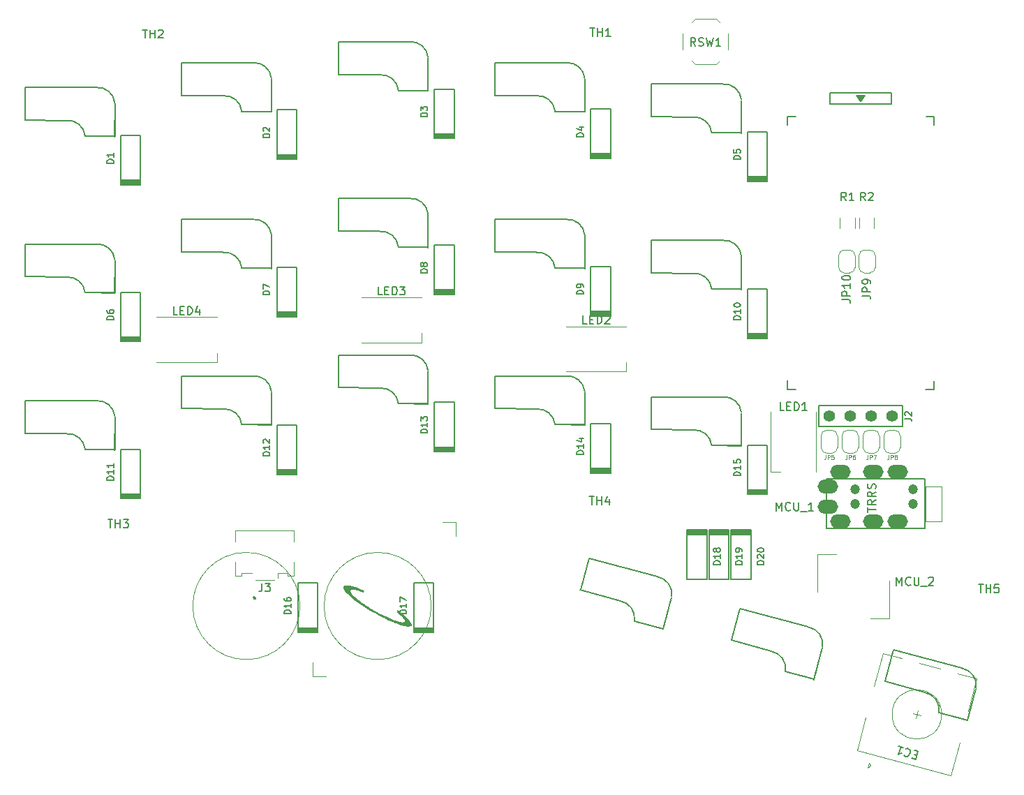
<source format=gto>
G04 #@! TF.GenerationSoftware,KiCad,Pcbnew,(6.0.6-0)*
G04 #@! TF.CreationDate,2022-07-08T23:19:37+08:00*
G04 #@! TF.ProjectId,AT_ST,41545f53-542e-46b6-9963-61645f706362,rev?*
G04 #@! TF.SameCoordinates,Original*
G04 #@! TF.FileFunction,Legend,Top*
G04 #@! TF.FilePolarity,Positive*
%FSLAX46Y46*%
G04 Gerber Fmt 4.6, Leading zero omitted, Abs format (unit mm)*
G04 Created by KiCad (PCBNEW (6.0.6-0)) date 2022-07-08 23:19:37*
%MOMM*%
%LPD*%
G01*
G04 APERTURE LIST*
%ADD10C,0.150000*%
%ADD11C,0.100000*%
%ADD12C,0.120000*%
%ADD13C,0.200000*%
%ADD14C,1.397000*%
%ADD15C,1.200000*%
%ADD16O,2.500000X1.700000*%
G04 APERTURE END LIST*
D10*
X131902862Y-127322183D02*
X131902862Y-128036469D01*
X131855243Y-128179326D01*
X131760005Y-128274564D01*
X131617148Y-128322183D01*
X131521910Y-128322183D01*
X132283815Y-127322183D02*
X132902862Y-127322183D01*
X132569529Y-127703136D01*
X132712386Y-127703136D01*
X132807624Y-127750755D01*
X132855243Y-127798374D01*
X132902862Y-127893612D01*
X132902862Y-128131707D01*
X132855243Y-128226945D01*
X132807624Y-128274564D01*
X132712386Y-128322183D01*
X132426672Y-128322183D01*
X132331434Y-128274564D01*
X132283815Y-128226945D01*
D11*
X207929299Y-111773305D02*
X207929299Y-112130448D01*
X207905489Y-112201876D01*
X207857870Y-112249495D01*
X207786442Y-112273305D01*
X207738823Y-112273305D01*
X208167394Y-112273305D02*
X208167394Y-111773305D01*
X208357870Y-111773305D01*
X208405489Y-111797115D01*
X208429299Y-111820924D01*
X208453108Y-111868543D01*
X208453108Y-111939972D01*
X208429299Y-111987591D01*
X208405489Y-112011400D01*
X208357870Y-112035210D01*
X208167394Y-112035210D01*
X208738823Y-111987591D02*
X208691204Y-111963781D01*
X208667394Y-111939972D01*
X208643585Y-111892353D01*
X208643585Y-111868543D01*
X208667394Y-111820924D01*
X208691204Y-111797115D01*
X208738823Y-111773305D01*
X208834061Y-111773305D01*
X208881680Y-111797115D01*
X208905489Y-111820924D01*
X208929299Y-111868543D01*
X208929299Y-111892353D01*
X208905489Y-111939972D01*
X208881680Y-111963781D01*
X208834061Y-111987591D01*
X208738823Y-111987591D01*
X208691204Y-112011400D01*
X208667394Y-112035210D01*
X208643585Y-112082829D01*
X208643585Y-112178067D01*
X208667394Y-112225686D01*
X208691204Y-112249495D01*
X208738823Y-112273305D01*
X208834061Y-112273305D01*
X208881680Y-112249495D01*
X208905489Y-112225686D01*
X208929299Y-112178067D01*
X208929299Y-112082829D01*
X208905489Y-112035210D01*
X208881680Y-112011400D01*
X208834061Y-111987591D01*
D10*
X170885532Y-111679856D02*
X170085532Y-111679856D01*
X170085532Y-111489380D01*
X170123628Y-111375094D01*
X170199818Y-111298904D01*
X170276008Y-111260808D01*
X170428389Y-111222713D01*
X170542675Y-111222713D01*
X170695056Y-111260808D01*
X170771247Y-111298904D01*
X170847437Y-111375094D01*
X170885532Y-111489380D01*
X170885532Y-111679856D01*
X170885532Y-110460808D02*
X170885532Y-110917951D01*
X170885532Y-110689380D02*
X170085532Y-110689380D01*
X170199818Y-110765570D01*
X170276008Y-110841761D01*
X170314104Y-110917951D01*
X170352199Y-109775094D02*
X170885532Y-109775094D01*
X170047437Y-109965570D02*
X170618866Y-110156047D01*
X170618866Y-109660808D01*
X171697551Y-59999065D02*
X172268980Y-59999065D01*
X171983266Y-60999065D02*
X171983266Y-59999065D01*
X172602313Y-60999065D02*
X172602313Y-59999065D01*
X172602313Y-60475256D02*
X173173742Y-60475256D01*
X173173742Y-60999065D02*
X173173742Y-59999065D01*
X174173742Y-60999065D02*
X173602313Y-60999065D01*
X173888027Y-60999065D02*
X173888027Y-59999065D01*
X173792789Y-60141923D01*
X173697551Y-60237161D01*
X173602313Y-60284780D01*
X117415551Y-60172905D02*
X117986980Y-60172905D01*
X117701266Y-61172905D02*
X117701266Y-60172905D01*
X118320313Y-61172905D02*
X118320313Y-60172905D01*
X118320313Y-60649096D02*
X118891742Y-60649096D01*
X118891742Y-61172905D02*
X118891742Y-60172905D01*
X119320313Y-60268144D02*
X119367932Y-60220525D01*
X119463170Y-60172905D01*
X119701266Y-60172905D01*
X119796504Y-60220525D01*
X119844123Y-60268144D01*
X119891742Y-60363382D01*
X119891742Y-60458620D01*
X119844123Y-60601477D01*
X119272694Y-61172905D01*
X119891742Y-61172905D01*
X151936132Y-70711304D02*
X151136132Y-70711304D01*
X151136132Y-70520828D01*
X151174228Y-70406542D01*
X151250418Y-70330351D01*
X151326608Y-70292256D01*
X151478989Y-70254161D01*
X151593275Y-70254161D01*
X151745656Y-70292256D01*
X151821847Y-70330351D01*
X151898037Y-70406542D01*
X151936132Y-70520828D01*
X151936132Y-70711304D01*
X151136132Y-69987494D02*
X151136132Y-69492256D01*
X151440894Y-69758923D01*
X151440894Y-69644637D01*
X151478989Y-69568447D01*
X151517085Y-69530351D01*
X151593275Y-69492256D01*
X151783751Y-69492256D01*
X151859942Y-69530351D01*
X151898037Y-69568447D01*
X151936132Y-69644637D01*
X151936132Y-69873208D01*
X151898037Y-69949399D01*
X151859942Y-69987494D01*
X132832582Y-92324104D02*
X132032582Y-92324104D01*
X132032582Y-92133628D01*
X132070678Y-92019342D01*
X132146868Y-91943151D01*
X132223058Y-91905056D01*
X132375439Y-91866961D01*
X132489725Y-91866961D01*
X132642106Y-91905056D01*
X132718297Y-91943151D01*
X132794487Y-92019342D01*
X132832582Y-92133628D01*
X132832582Y-92324104D01*
X132032582Y-91600294D02*
X132032582Y-91066961D01*
X132832582Y-91409818D01*
X113885732Y-76349504D02*
X113085732Y-76349504D01*
X113085732Y-76159028D01*
X113123828Y-76044742D01*
X113200018Y-75968551D01*
X113276208Y-75930456D01*
X113428589Y-75892361D01*
X113542875Y-75892361D01*
X113695256Y-75930456D01*
X113771447Y-75968551D01*
X113847637Y-76044742D01*
X113885732Y-76159028D01*
X113885732Y-76349504D01*
X113885732Y-75130456D02*
X113885732Y-75587599D01*
X113885732Y-75359028D02*
X113085732Y-75359028D01*
X113200018Y-75435218D01*
X113276208Y-75511408D01*
X113314304Y-75587599D01*
X189908382Y-75890104D02*
X189108382Y-75890104D01*
X189108382Y-75699628D01*
X189146478Y-75585342D01*
X189222668Y-75509151D01*
X189298858Y-75471056D01*
X189451239Y-75432961D01*
X189565525Y-75432961D01*
X189717906Y-75471056D01*
X189794097Y-75509151D01*
X189870287Y-75585342D01*
X189908382Y-75699628D01*
X189908382Y-75890104D01*
X189108382Y-74709151D02*
X189108382Y-75090104D01*
X189489335Y-75128199D01*
X189451239Y-75090104D01*
X189413144Y-75013913D01*
X189413144Y-74823437D01*
X189451239Y-74747247D01*
X189489335Y-74709151D01*
X189565525Y-74671056D01*
X189756001Y-74671056D01*
X189832192Y-74709151D01*
X189870287Y-74747247D01*
X189908382Y-74823437D01*
X189908382Y-75013913D01*
X189870287Y-75090104D01*
X189832192Y-75128199D01*
D11*
X205389299Y-111773305D02*
X205389299Y-112130448D01*
X205365489Y-112201876D01*
X205317870Y-112249495D01*
X205246442Y-112273305D01*
X205198823Y-112273305D01*
X205627394Y-112273305D02*
X205627394Y-111773305D01*
X205817870Y-111773305D01*
X205865489Y-111797115D01*
X205889299Y-111820924D01*
X205913108Y-111868543D01*
X205913108Y-111939972D01*
X205889299Y-111987591D01*
X205865489Y-112011400D01*
X205817870Y-112035210D01*
X205627394Y-112035210D01*
X206079775Y-111773305D02*
X206413108Y-111773305D01*
X206198823Y-112273305D01*
D10*
X151936132Y-109088656D02*
X151136132Y-109088656D01*
X151136132Y-108898180D01*
X151174228Y-108783894D01*
X151250418Y-108707704D01*
X151326608Y-108669608D01*
X151478989Y-108631513D01*
X151593275Y-108631513D01*
X151745656Y-108669608D01*
X151821847Y-108707704D01*
X151898037Y-108783894D01*
X151936132Y-108898180D01*
X151936132Y-109088656D01*
X151936132Y-107869608D02*
X151936132Y-108326751D01*
X151936132Y-108098180D02*
X151136132Y-108098180D01*
X151250418Y-108174370D01*
X151326608Y-108250561D01*
X151364704Y-108326751D01*
X151136132Y-107602942D02*
X151136132Y-107107704D01*
X151440894Y-107374370D01*
X151440894Y-107260085D01*
X151478989Y-107183894D01*
X151517085Y-107145799D01*
X151593275Y-107107704D01*
X151783751Y-107107704D01*
X151859942Y-107145799D01*
X151898037Y-107183894D01*
X151936132Y-107260085D01*
X151936132Y-107488656D01*
X151898037Y-107564847D01*
X151859942Y-107602942D01*
X209866895Y-107331933D02*
X210447466Y-107331933D01*
X210563580Y-107370638D01*
X210640990Y-107448047D01*
X210679695Y-107564161D01*
X210679695Y-107641571D01*
X209944304Y-106983590D02*
X209905600Y-106944885D01*
X209866895Y-106867476D01*
X209866895Y-106673952D01*
X209905600Y-106596542D01*
X209944304Y-106557838D01*
X210021714Y-106519133D01*
X210099123Y-106519133D01*
X210215238Y-106557838D01*
X210679695Y-107022295D01*
X210679695Y-106519133D01*
X202743699Y-80901895D02*
X202410366Y-80425705D01*
X202172270Y-80901895D02*
X202172270Y-79901895D01*
X202553223Y-79901895D01*
X202648461Y-79949515D01*
X202696080Y-79997134D01*
X202743699Y-80092372D01*
X202743699Y-80235229D01*
X202696080Y-80330467D01*
X202648461Y-80378086D01*
X202553223Y-80425705D01*
X202172270Y-80425705D01*
X203696080Y-80901895D02*
X203124651Y-80901895D01*
X203410366Y-80901895D02*
X203410366Y-79901895D01*
X203315127Y-80044753D01*
X203219889Y-80139991D01*
X203124651Y-80187610D01*
X211316424Y-148205112D02*
X210994449Y-148118839D01*
X210992031Y-147575904D02*
X211451996Y-147699151D01*
X211193177Y-148665077D01*
X210733212Y-148541830D01*
X210001456Y-147409078D02*
X210059777Y-147375406D01*
X210210091Y-147366384D01*
X210302084Y-147391033D01*
X210427749Y-147474004D01*
X210495092Y-147590646D01*
X210516440Y-147694964D01*
X210513137Y-147891274D01*
X210476163Y-148029264D01*
X210380868Y-148200925D01*
X210310222Y-148280593D01*
X210193579Y-148347937D01*
X210043265Y-148356959D01*
X209951272Y-148332309D01*
X209825608Y-148249339D01*
X209791936Y-148191018D01*
X209106176Y-147070590D02*
X209658134Y-147218487D01*
X209382155Y-147144539D02*
X209123336Y-148110465D01*
X209252303Y-147997125D01*
X209368945Y-147929781D01*
X209473263Y-147908434D01*
D11*
X202849299Y-111773305D02*
X202849299Y-112130448D01*
X202825489Y-112201876D01*
X202777870Y-112249495D01*
X202706442Y-112273305D01*
X202658823Y-112273305D01*
X203087394Y-112273305D02*
X203087394Y-111773305D01*
X203277870Y-111773305D01*
X203325489Y-111797115D01*
X203349299Y-111820924D01*
X203373108Y-111868543D01*
X203373108Y-111939972D01*
X203349299Y-111987591D01*
X203325489Y-112011400D01*
X203277870Y-112035210D01*
X203087394Y-112035210D01*
X203801680Y-111773305D02*
X203706442Y-111773305D01*
X203658823Y-111797115D01*
X203635013Y-111820924D01*
X203587394Y-111892353D01*
X203563585Y-111987591D01*
X203563585Y-112178067D01*
X203587394Y-112225686D01*
X203611204Y-112249495D01*
X203658823Y-112273305D01*
X203754061Y-112273305D01*
X203801680Y-112249495D01*
X203825489Y-112225686D01*
X203849299Y-112178067D01*
X203849299Y-112059019D01*
X203825489Y-112011400D01*
X203801680Y-111987591D01*
X203754061Y-111963781D01*
X203658823Y-111963781D01*
X203611204Y-111987591D01*
X203587394Y-112011400D01*
X203563585Y-112059019D01*
D10*
X171311952Y-95859980D02*
X170835761Y-95859980D01*
X170835761Y-94859980D01*
X171645285Y-95336171D02*
X171978619Y-95336171D01*
X172121476Y-95859980D02*
X171645285Y-95859980D01*
X171645285Y-94859980D01*
X172121476Y-94859980D01*
X172550047Y-95859980D02*
X172550047Y-94859980D01*
X172788142Y-94859980D01*
X172931000Y-94907600D01*
X173026238Y-95002838D01*
X173073857Y-95098076D01*
X173121476Y-95288552D01*
X173121476Y-95431409D01*
X173073857Y-95621885D01*
X173026238Y-95717123D01*
X172931000Y-95812361D01*
X172788142Y-95859980D01*
X172550047Y-95859980D01*
X173502428Y-94955219D02*
X173550047Y-94907600D01*
X173645285Y-94859980D01*
X173883380Y-94859980D01*
X173978619Y-94907600D01*
X174026238Y-94955219D01*
X174073857Y-95050457D01*
X174073857Y-95145695D01*
X174026238Y-95288552D01*
X173454809Y-95859980D01*
X174073857Y-95859980D01*
X149409104Y-131022428D02*
X148609104Y-131022428D01*
X148609104Y-130831952D01*
X148647200Y-130717666D01*
X148723390Y-130641476D01*
X148799580Y-130603380D01*
X148951961Y-130565285D01*
X149066247Y-130565285D01*
X149218628Y-130603380D01*
X149294819Y-130641476D01*
X149371009Y-130717666D01*
X149409104Y-130831952D01*
X149409104Y-131022428D01*
X149409104Y-129803380D02*
X149409104Y-130260523D01*
X149409104Y-130031952D02*
X148609104Y-130031952D01*
X148723390Y-130108142D01*
X148799580Y-130184333D01*
X148837676Y-130260523D01*
X148609104Y-129536714D02*
X148609104Y-129003380D01*
X149409104Y-129346238D01*
X195222952Y-106370380D02*
X194746761Y-106370380D01*
X194746761Y-105370380D01*
X195556285Y-105846571D02*
X195889619Y-105846571D01*
X196032476Y-106370380D02*
X195556285Y-106370380D01*
X195556285Y-105370380D01*
X196032476Y-105370380D01*
X196461047Y-106370380D02*
X196461047Y-105370380D01*
X196699142Y-105370380D01*
X196842000Y-105418000D01*
X196937238Y-105513238D01*
X196984857Y-105608476D01*
X197032476Y-105798952D01*
X197032476Y-105941809D01*
X196984857Y-106132285D01*
X196937238Y-106227523D01*
X196842000Y-106322761D01*
X196699142Y-106370380D01*
X196461047Y-106370380D01*
X197984857Y-106370380D02*
X197413428Y-106370380D01*
X197699142Y-106370380D02*
X197699142Y-105370380D01*
X197603904Y-105513238D01*
X197508666Y-105608476D01*
X197413428Y-105656095D01*
X189908382Y-114270656D02*
X189108382Y-114270656D01*
X189108382Y-114080180D01*
X189146478Y-113965894D01*
X189222668Y-113889704D01*
X189298858Y-113851608D01*
X189451239Y-113813513D01*
X189565525Y-113813513D01*
X189717906Y-113851608D01*
X189794097Y-113889704D01*
X189870287Y-113965894D01*
X189908382Y-114080180D01*
X189908382Y-114270656D01*
X189908382Y-113051608D02*
X189908382Y-113508751D01*
X189908382Y-113280180D02*
X189108382Y-113280180D01*
X189222668Y-113356370D01*
X189298858Y-113432561D01*
X189336954Y-113508751D01*
X189108382Y-112327799D02*
X189108382Y-112708751D01*
X189489335Y-112746847D01*
X189451239Y-112708751D01*
X189413144Y-112632561D01*
X189413144Y-112442085D01*
X189451239Y-112365894D01*
X189489335Y-112327799D01*
X189565525Y-112289704D01*
X189756001Y-112289704D01*
X189832192Y-112327799D01*
X189870287Y-112365894D01*
X189908382Y-112442085D01*
X189908382Y-112632561D01*
X189870287Y-112708751D01*
X189832192Y-112746847D01*
X113885732Y-114782056D02*
X113085732Y-114782056D01*
X113085732Y-114591580D01*
X113123828Y-114477294D01*
X113200018Y-114401104D01*
X113276208Y-114363008D01*
X113428589Y-114324913D01*
X113542875Y-114324913D01*
X113695256Y-114363008D01*
X113771447Y-114401104D01*
X113847637Y-114477294D01*
X113885732Y-114591580D01*
X113885732Y-114782056D01*
X113885732Y-113563008D02*
X113885732Y-114020151D01*
X113885732Y-113791580D02*
X113085732Y-113791580D01*
X113200018Y-113867770D01*
X113276208Y-113943961D01*
X113314304Y-114020151D01*
X113885732Y-112801104D02*
X113885732Y-113258247D01*
X113885732Y-113029675D02*
X113085732Y-113029675D01*
X113200018Y-113105866D01*
X113276208Y-113182056D01*
X113314304Y-113258247D01*
X171611285Y-116800380D02*
X172182714Y-116800380D01*
X171897000Y-117800380D02*
X171897000Y-116800380D01*
X172516047Y-117800380D02*
X172516047Y-116800380D01*
X172516047Y-117276571D02*
X173087476Y-117276571D01*
X173087476Y-117800380D02*
X173087476Y-116800380D01*
X173992238Y-117133714D02*
X173992238Y-117800380D01*
X173754142Y-116752761D02*
X173516047Y-117467047D01*
X174135095Y-117467047D01*
X194280114Y-118511980D02*
X194280114Y-117511980D01*
X194613447Y-118226266D01*
X194946780Y-117511980D01*
X194946780Y-118511980D01*
X195994400Y-118416742D02*
X195946780Y-118464361D01*
X195803923Y-118511980D01*
X195708685Y-118511980D01*
X195565828Y-118464361D01*
X195470590Y-118369123D01*
X195422971Y-118273885D01*
X195375352Y-118083409D01*
X195375352Y-117940552D01*
X195422971Y-117750076D01*
X195470590Y-117654838D01*
X195565828Y-117559600D01*
X195708685Y-117511980D01*
X195803923Y-117511980D01*
X195946780Y-117559600D01*
X195994400Y-117607219D01*
X196422971Y-117511980D02*
X196422971Y-118321504D01*
X196470590Y-118416742D01*
X196518209Y-118464361D01*
X196613447Y-118511980D01*
X196803923Y-118511980D01*
X196899161Y-118464361D01*
X196946780Y-118416742D01*
X196994400Y-118321504D01*
X196994400Y-117511980D01*
X197232495Y-118607219D02*
X197994400Y-118607219D01*
X198756304Y-118511980D02*
X198184876Y-118511980D01*
X198470590Y-118511980D02*
X198470590Y-117511980D01*
X198375352Y-117654838D01*
X198280114Y-117750076D01*
X198184876Y-117797695D01*
X146475552Y-92329380D02*
X145999361Y-92329380D01*
X145999361Y-91329380D01*
X146808885Y-91805571D02*
X147142219Y-91805571D01*
X147285076Y-92329380D02*
X146808885Y-92329380D01*
X146808885Y-91329380D01*
X147285076Y-91329380D01*
X147713647Y-92329380D02*
X147713647Y-91329380D01*
X147951742Y-91329380D01*
X148094600Y-91377000D01*
X148189838Y-91472238D01*
X148237457Y-91567476D01*
X148285076Y-91757952D01*
X148285076Y-91900809D01*
X148237457Y-92091285D01*
X148189838Y-92186523D01*
X148094600Y-92281761D01*
X147951742Y-92329380D01*
X147713647Y-92329380D01*
X148618409Y-91329380D02*
X149237457Y-91329380D01*
X148904123Y-91710333D01*
X149046980Y-91710333D01*
X149142219Y-91757952D01*
X149189838Y-91805571D01*
X149237457Y-91900809D01*
X149237457Y-92138904D01*
X149189838Y-92234142D01*
X149142219Y-92281761D01*
X149046980Y-92329380D01*
X148761266Y-92329380D01*
X148666028Y-92281761D01*
X148618409Y-92234142D01*
X170885532Y-92247704D02*
X170085532Y-92247704D01*
X170085532Y-92057228D01*
X170123628Y-91942942D01*
X170199818Y-91866751D01*
X170276008Y-91828656D01*
X170428389Y-91790561D01*
X170542675Y-91790561D01*
X170695056Y-91828656D01*
X170771247Y-91866751D01*
X170847437Y-91942942D01*
X170885532Y-92057228D01*
X170885532Y-92247704D01*
X170885532Y-91409608D02*
X170885532Y-91257228D01*
X170847437Y-91181037D01*
X170809342Y-91142942D01*
X170695056Y-91066751D01*
X170542675Y-91028656D01*
X170237913Y-91028656D01*
X170161723Y-91066751D01*
X170123628Y-91104847D01*
X170085532Y-91181037D01*
X170085532Y-91333418D01*
X170123628Y-91409608D01*
X170161723Y-91447704D01*
X170237913Y-91485799D01*
X170428389Y-91485799D01*
X170504580Y-91447704D01*
X170542675Y-91409608D01*
X170580770Y-91333418D01*
X170580770Y-91181037D01*
X170542675Y-91104847D01*
X170504580Y-91066751D01*
X170428389Y-91028656D01*
X205339718Y-118697819D02*
X205339718Y-118126391D01*
X206339718Y-118412105D02*
X205339718Y-118412105D01*
X206339718Y-117221629D02*
X205863528Y-117554962D01*
X206339718Y-117793057D02*
X205339718Y-117793057D01*
X205339718Y-117412105D01*
X205387338Y-117316867D01*
X205434957Y-117269248D01*
X205530195Y-117221629D01*
X205673052Y-117221629D01*
X205768290Y-117269248D01*
X205815909Y-117316867D01*
X205863528Y-117412105D01*
X205863528Y-117793057D01*
X206339718Y-116221629D02*
X205863528Y-116554962D01*
X206339718Y-116793057D02*
X205339718Y-116793057D01*
X205339718Y-116412105D01*
X205387338Y-116316867D01*
X205434957Y-116269248D01*
X205530195Y-116221629D01*
X205673052Y-116221629D01*
X205768290Y-116269248D01*
X205815909Y-116316867D01*
X205863528Y-116412105D01*
X205863528Y-116793057D01*
X206292099Y-115840676D02*
X206339718Y-115697819D01*
X206339718Y-115459724D01*
X206292099Y-115364486D01*
X206244480Y-115316867D01*
X206149242Y-115269248D01*
X206054004Y-115269248D01*
X205958766Y-115316867D01*
X205911147Y-115364486D01*
X205863528Y-115459724D01*
X205815909Y-115650200D01*
X205768290Y-115745438D01*
X205720671Y-115793057D01*
X205625433Y-115840676D01*
X205530195Y-115840676D01*
X205434957Y-115793057D01*
X205387338Y-115745438D01*
X205339718Y-115650200D01*
X205339718Y-115412105D01*
X205387338Y-115269248D01*
X205339718Y-118697819D02*
X205339718Y-118126391D01*
X206339718Y-118412105D02*
X205339718Y-118412105D01*
X206339718Y-117221629D02*
X205863528Y-117554962D01*
X206339718Y-117793057D02*
X205339718Y-117793057D01*
X205339718Y-117412105D01*
X205387338Y-117316867D01*
X205434957Y-117269248D01*
X205530195Y-117221629D01*
X205673052Y-117221629D01*
X205768290Y-117269248D01*
X205815909Y-117316867D01*
X205863528Y-117412105D01*
X205863528Y-117793057D01*
X206339718Y-116221629D02*
X205863528Y-116554962D01*
X206339718Y-116793057D02*
X205339718Y-116793057D01*
X205339718Y-116412105D01*
X205387338Y-116316867D01*
X205434957Y-116269248D01*
X205530195Y-116221629D01*
X205673052Y-116221629D01*
X205768290Y-116269248D01*
X205815909Y-116316867D01*
X205863528Y-116412105D01*
X205863528Y-116793057D01*
X206292099Y-115840676D02*
X206339718Y-115697819D01*
X206339718Y-115459724D01*
X206292099Y-115364486D01*
X206244480Y-115316867D01*
X206149242Y-115269248D01*
X206054004Y-115269248D01*
X205958766Y-115316867D01*
X205911147Y-115364486D01*
X205863528Y-115459724D01*
X205815909Y-115650200D01*
X205768290Y-115745438D01*
X205720671Y-115793057D01*
X205625433Y-115840676D01*
X205530195Y-115840676D01*
X205434957Y-115793057D01*
X205387338Y-115745438D01*
X205339718Y-115650200D01*
X205339718Y-115412105D01*
X205387338Y-115269248D01*
X208859714Y-127579380D02*
X208859714Y-126579380D01*
X209193047Y-127293666D01*
X209526380Y-126579380D01*
X209526380Y-127579380D01*
X210574000Y-127484142D02*
X210526380Y-127531761D01*
X210383523Y-127579380D01*
X210288285Y-127579380D01*
X210145428Y-127531761D01*
X210050190Y-127436523D01*
X210002571Y-127341285D01*
X209954952Y-127150809D01*
X209954952Y-127007952D01*
X210002571Y-126817476D01*
X210050190Y-126722238D01*
X210145428Y-126627000D01*
X210288285Y-126579380D01*
X210383523Y-126579380D01*
X210526380Y-126627000D01*
X210574000Y-126674619D01*
X211002571Y-126579380D02*
X211002571Y-127388904D01*
X211050190Y-127484142D01*
X211097809Y-127531761D01*
X211193047Y-127579380D01*
X211383523Y-127579380D01*
X211478761Y-127531761D01*
X211526380Y-127484142D01*
X211574000Y-127388904D01*
X211574000Y-126579380D01*
X211812095Y-127674619D02*
X212574000Y-127674619D01*
X212764476Y-126674619D02*
X212812095Y-126627000D01*
X212907333Y-126579380D01*
X213145428Y-126579380D01*
X213240666Y-126627000D01*
X213288285Y-126674619D01*
X213335904Y-126769857D01*
X213335904Y-126865095D01*
X213288285Y-127007952D01*
X212716857Y-127579380D01*
X213335904Y-127579380D01*
X202261146Y-92935038D02*
X202975432Y-92935038D01*
X203118289Y-92982657D01*
X203213527Y-93077895D01*
X203261146Y-93220753D01*
X203261146Y-93315991D01*
X203261146Y-92458848D02*
X202261146Y-92458848D01*
X202261146Y-92077895D01*
X202308766Y-91982657D01*
X202356385Y-91935038D01*
X202451623Y-91887419D01*
X202594480Y-91887419D01*
X202689718Y-91935038D01*
X202737337Y-91982657D01*
X202784956Y-92077895D01*
X202784956Y-92458848D01*
X203261146Y-90935038D02*
X203261146Y-91506467D01*
X203261146Y-91220753D02*
X202261146Y-91220753D01*
X202404004Y-91315991D01*
X202499242Y-91411229D01*
X202546861Y-91506467D01*
X202261146Y-90315991D02*
X202261146Y-90220753D01*
X202308766Y-90125515D01*
X202356385Y-90077895D01*
X202451623Y-90030276D01*
X202642099Y-89982657D01*
X202880194Y-89982657D01*
X203070670Y-90030276D01*
X203165908Y-90077895D01*
X203213527Y-90125515D01*
X203261146Y-90220753D01*
X203261146Y-90315991D01*
X203213527Y-90411229D01*
X203165908Y-90458848D01*
X203070670Y-90506467D01*
X202880194Y-90554086D01*
X202642099Y-90554086D01*
X202451623Y-90506467D01*
X202356385Y-90458848D01*
X202308766Y-90411229D01*
X202261146Y-90315991D01*
X218805285Y-127468380D02*
X219376714Y-127468380D01*
X219091000Y-128468380D02*
X219091000Y-127468380D01*
X219710047Y-128468380D02*
X219710047Y-127468380D01*
X219710047Y-127944571D02*
X220281476Y-127944571D01*
X220281476Y-128468380D02*
X220281476Y-127468380D01*
X221233857Y-127468380D02*
X220757666Y-127468380D01*
X220710047Y-127944571D01*
X220757666Y-127896952D01*
X220852904Y-127849333D01*
X221091000Y-127849333D01*
X221186238Y-127896952D01*
X221233857Y-127944571D01*
X221281476Y-128039809D01*
X221281476Y-128277904D01*
X221233857Y-128373142D01*
X221186238Y-128420761D01*
X221091000Y-128468380D01*
X220852904Y-128468380D01*
X220757666Y-128420761D01*
X220710047Y-128373142D01*
X121639152Y-94742380D02*
X121162961Y-94742380D01*
X121162961Y-93742380D01*
X121972485Y-94218571D02*
X122305819Y-94218571D01*
X122448676Y-94742380D02*
X121972485Y-94742380D01*
X121972485Y-93742380D01*
X122448676Y-93742380D01*
X122877247Y-94742380D02*
X122877247Y-93742380D01*
X123115342Y-93742380D01*
X123258200Y-93790000D01*
X123353438Y-93885238D01*
X123401057Y-93980476D01*
X123448676Y-94170952D01*
X123448676Y-94313809D01*
X123401057Y-94504285D01*
X123353438Y-94599523D01*
X123258200Y-94694761D01*
X123115342Y-94742380D01*
X122877247Y-94742380D01*
X124305819Y-94075714D02*
X124305819Y-94742380D01*
X124067723Y-93694761D02*
X123829628Y-94409047D01*
X124448676Y-94409047D01*
X151936132Y-89642476D02*
X151136132Y-89642476D01*
X151136132Y-89452000D01*
X151174228Y-89337714D01*
X151250418Y-89261523D01*
X151326608Y-89223428D01*
X151478989Y-89185333D01*
X151593275Y-89185333D01*
X151745656Y-89223428D01*
X151821847Y-89261523D01*
X151898037Y-89337714D01*
X151936132Y-89452000D01*
X151936132Y-89642476D01*
X151478989Y-88728190D02*
X151440894Y-88804380D01*
X151402799Y-88842476D01*
X151326608Y-88880571D01*
X151288513Y-88880571D01*
X151212323Y-88842476D01*
X151174228Y-88804380D01*
X151136132Y-88728190D01*
X151136132Y-88575809D01*
X151174228Y-88499619D01*
X151212323Y-88461523D01*
X151288513Y-88423428D01*
X151326608Y-88423428D01*
X151402799Y-88461523D01*
X151440894Y-88499619D01*
X151478989Y-88575809D01*
X151478989Y-88728190D01*
X151517085Y-88804380D01*
X151555180Y-88842476D01*
X151631370Y-88880571D01*
X151783751Y-88880571D01*
X151859942Y-88842476D01*
X151898037Y-88804380D01*
X151936132Y-88728190D01*
X151936132Y-88575809D01*
X151898037Y-88499619D01*
X151859942Y-88461523D01*
X151783751Y-88423428D01*
X151631370Y-88423428D01*
X151555180Y-88461523D01*
X151517085Y-88499619D01*
X151478989Y-88575809D01*
X204717433Y-92458848D02*
X205431719Y-92458848D01*
X205574576Y-92506467D01*
X205669814Y-92601705D01*
X205717433Y-92744562D01*
X205717433Y-92839800D01*
X205717433Y-91982657D02*
X204717433Y-91982657D01*
X204717433Y-91601705D01*
X204765053Y-91506467D01*
X204812672Y-91458848D01*
X204907910Y-91411229D01*
X205050767Y-91411229D01*
X205146005Y-91458848D01*
X205193624Y-91506467D01*
X205241243Y-91601705D01*
X205241243Y-91982657D01*
X205717433Y-90935038D02*
X205717433Y-90744562D01*
X205669814Y-90649324D01*
X205622195Y-90601705D01*
X205479338Y-90506467D01*
X205288862Y-90458848D01*
X204907910Y-90458848D01*
X204812672Y-90506467D01*
X204765053Y-90554086D01*
X204717433Y-90649324D01*
X204717433Y-90839800D01*
X204765053Y-90935038D01*
X204812672Y-90982657D01*
X204907910Y-91030276D01*
X205146005Y-91030276D01*
X205241243Y-90982657D01*
X205288862Y-90935038D01*
X205336481Y-90839800D01*
X205336481Y-90649324D01*
X205288862Y-90554086D01*
X205241243Y-90506467D01*
X205146005Y-90458848D01*
X189908382Y-95321056D02*
X189108382Y-95321056D01*
X189108382Y-95130580D01*
X189146478Y-95016294D01*
X189222668Y-94940104D01*
X189298858Y-94902008D01*
X189451239Y-94863913D01*
X189565525Y-94863913D01*
X189717906Y-94902008D01*
X189794097Y-94940104D01*
X189870287Y-95016294D01*
X189908382Y-95130580D01*
X189908382Y-95321056D01*
X189908382Y-94102008D02*
X189908382Y-94559151D01*
X189908382Y-94330580D02*
X189108382Y-94330580D01*
X189222668Y-94406770D01*
X189298858Y-94482961D01*
X189336954Y-94559151D01*
X189108382Y-93606770D02*
X189108382Y-93530580D01*
X189146478Y-93454389D01*
X189184573Y-93416294D01*
X189260763Y-93378199D01*
X189413144Y-93340104D01*
X189603620Y-93340104D01*
X189756001Y-93378199D01*
X189832192Y-93416294D01*
X189870287Y-93454389D01*
X189908382Y-93530580D01*
X189908382Y-93606770D01*
X189870287Y-93682961D01*
X189832192Y-93721056D01*
X189756001Y-93759151D01*
X189603620Y-93797247D01*
X189413144Y-93797247D01*
X189260763Y-93759151D01*
X189184573Y-93721056D01*
X189146478Y-93682961D01*
X189108382Y-93606770D01*
X113217285Y-119594380D02*
X113788714Y-119594380D01*
X113503000Y-120594380D02*
X113503000Y-119594380D01*
X114122047Y-120594380D02*
X114122047Y-119594380D01*
X114122047Y-120070571D02*
X114693476Y-120070571D01*
X114693476Y-120594380D02*
X114693476Y-119594380D01*
X115074428Y-119594380D02*
X115693476Y-119594380D01*
X115360142Y-119975333D01*
X115503000Y-119975333D01*
X115598238Y-120022952D01*
X115645857Y-120070571D01*
X115693476Y-120165809D01*
X115693476Y-120403904D01*
X115645857Y-120499142D01*
X115598238Y-120546761D01*
X115503000Y-120594380D01*
X115217285Y-120594380D01*
X115122047Y-120546761D01*
X115074428Y-120499142D01*
X113885732Y-95349904D02*
X113085732Y-95349904D01*
X113085732Y-95159428D01*
X113123828Y-95045142D01*
X113200018Y-94968951D01*
X113276208Y-94930856D01*
X113428589Y-94892761D01*
X113542875Y-94892761D01*
X113695256Y-94930856D01*
X113771447Y-94968951D01*
X113847637Y-95045142D01*
X113885732Y-95159428D01*
X113885732Y-95349904D01*
X113085732Y-94207047D02*
X113085732Y-94359428D01*
X113123828Y-94435618D01*
X113161923Y-94473713D01*
X113276208Y-94549904D01*
X113428589Y-94587999D01*
X113733351Y-94587999D01*
X113809542Y-94549904D01*
X113847637Y-94511808D01*
X113885732Y-94435618D01*
X113885732Y-94283237D01*
X113847637Y-94207047D01*
X113809542Y-94168951D01*
X113733351Y-94130856D01*
X113542875Y-94130856D01*
X113466685Y-94168951D01*
X113428589Y-94207047D01*
X113390494Y-94283237D01*
X113390494Y-94435618D01*
X113428589Y-94511808D01*
X113466685Y-94549904D01*
X113542875Y-94587999D01*
X132832582Y-73248304D02*
X132032582Y-73248304D01*
X132032582Y-73057828D01*
X132070678Y-72943542D01*
X132146868Y-72867351D01*
X132223058Y-72829256D01*
X132375439Y-72791161D01*
X132489725Y-72791161D01*
X132642106Y-72829256D01*
X132718297Y-72867351D01*
X132794487Y-72943542D01*
X132832582Y-73057828D01*
X132832582Y-73248304D01*
X132108773Y-72486399D02*
X132070678Y-72448304D01*
X132032582Y-72372113D01*
X132032582Y-72181637D01*
X132070678Y-72105447D01*
X132108773Y-72067351D01*
X132184963Y-72029256D01*
X132261154Y-72029256D01*
X132375439Y-72067351D01*
X132832582Y-72524494D01*
X132832582Y-72029256D01*
X132832582Y-111831656D02*
X132032582Y-111831656D01*
X132032582Y-111641180D01*
X132070678Y-111526894D01*
X132146868Y-111450704D01*
X132223058Y-111412608D01*
X132375439Y-111374513D01*
X132489725Y-111374513D01*
X132642106Y-111412608D01*
X132718297Y-111450704D01*
X132794487Y-111526894D01*
X132832582Y-111641180D01*
X132832582Y-111831656D01*
X132832582Y-110612608D02*
X132832582Y-111069751D01*
X132832582Y-110841180D02*
X132032582Y-110841180D01*
X132146868Y-110917370D01*
X132223058Y-110993561D01*
X132261154Y-111069751D01*
X132108773Y-110307847D02*
X132070678Y-110269751D01*
X132032582Y-110193561D01*
X132032582Y-110003085D01*
X132070678Y-109926894D01*
X132108773Y-109888799D01*
X132184963Y-109850704D01*
X132261154Y-109850704D01*
X132375439Y-109888799D01*
X132832582Y-110345942D01*
X132832582Y-109850704D01*
X170885532Y-73135676D02*
X170085532Y-73135676D01*
X170085532Y-72945200D01*
X170123628Y-72830914D01*
X170199818Y-72754723D01*
X170276008Y-72716628D01*
X170428389Y-72678533D01*
X170542675Y-72678533D01*
X170695056Y-72716628D01*
X170771247Y-72754723D01*
X170847437Y-72830914D01*
X170885532Y-72945200D01*
X170885532Y-73135676D01*
X170352199Y-71992819D02*
X170885532Y-71992819D01*
X170047437Y-72183295D02*
X170618866Y-72373771D01*
X170618866Y-71878533D01*
X187467415Y-125058143D02*
X186667415Y-125058143D01*
X186667415Y-124867667D01*
X186705511Y-124753381D01*
X186781701Y-124677191D01*
X186857891Y-124639095D01*
X187010272Y-124601000D01*
X187124558Y-124601000D01*
X187276939Y-124639095D01*
X187353130Y-124677191D01*
X187429320Y-124753381D01*
X187467415Y-124867667D01*
X187467415Y-125058143D01*
X187467415Y-123839095D02*
X187467415Y-124296238D01*
X187467415Y-124067667D02*
X186667415Y-124067667D01*
X186781701Y-124143857D01*
X186857891Y-124220048D01*
X186895987Y-124296238D01*
X187010272Y-123381953D02*
X186972177Y-123458143D01*
X186934082Y-123496238D01*
X186857891Y-123534334D01*
X186819796Y-123534334D01*
X186743606Y-123496238D01*
X186705511Y-123458143D01*
X186667415Y-123381953D01*
X186667415Y-123229572D01*
X186705511Y-123153381D01*
X186743606Y-123115286D01*
X186819796Y-123077191D01*
X186857891Y-123077191D01*
X186934082Y-123115286D01*
X186972177Y-123153381D01*
X187010272Y-123229572D01*
X187010272Y-123381953D01*
X187048368Y-123458143D01*
X187086463Y-123496238D01*
X187162653Y-123534334D01*
X187315034Y-123534334D01*
X187391225Y-123496238D01*
X187429320Y-123458143D01*
X187467415Y-123381953D01*
X187467415Y-123229572D01*
X187429320Y-123153381D01*
X187391225Y-123115286D01*
X187315034Y-123077191D01*
X187162653Y-123077191D01*
X187086463Y-123115286D01*
X187048368Y-123153381D01*
X187010272Y-123229572D01*
X205068799Y-80901895D02*
X204735466Y-80425705D01*
X204497370Y-80901895D02*
X204497370Y-79901895D01*
X204878323Y-79901895D01*
X204973561Y-79949515D01*
X205021180Y-79997134D01*
X205068799Y-80092372D01*
X205068799Y-80235229D01*
X205021180Y-80330467D01*
X204973561Y-80378086D01*
X204878323Y-80425705D01*
X204497370Y-80425705D01*
X205449751Y-79997134D02*
X205497370Y-79949515D01*
X205592608Y-79901895D01*
X205830704Y-79901895D01*
X205925942Y-79949515D01*
X205973561Y-79997134D01*
X206021180Y-80092372D01*
X206021180Y-80187610D01*
X205973561Y-80330467D01*
X205402132Y-80901895D01*
X206021180Y-80901895D01*
X184485114Y-62159685D02*
X184151780Y-61683495D01*
X183913685Y-62159685D02*
X183913685Y-61159685D01*
X184294638Y-61159685D01*
X184389876Y-61207305D01*
X184437495Y-61254924D01*
X184485114Y-61350162D01*
X184485114Y-61493019D01*
X184437495Y-61588257D01*
X184389876Y-61635876D01*
X184294638Y-61683495D01*
X183913685Y-61683495D01*
X184866066Y-62112066D02*
X185008923Y-62159685D01*
X185247019Y-62159685D01*
X185342257Y-62112066D01*
X185389876Y-62064447D01*
X185437495Y-61969209D01*
X185437495Y-61873971D01*
X185389876Y-61778733D01*
X185342257Y-61731114D01*
X185247019Y-61683495D01*
X185056542Y-61635876D01*
X184961304Y-61588257D01*
X184913685Y-61540638D01*
X184866066Y-61445400D01*
X184866066Y-61350162D01*
X184913685Y-61254924D01*
X184961304Y-61207305D01*
X185056542Y-61159685D01*
X185294638Y-61159685D01*
X185437495Y-61207305D01*
X185770828Y-61159685D02*
X186008923Y-62159685D01*
X186199400Y-61445400D01*
X186389876Y-62159685D01*
X186627971Y-61159685D01*
X187532733Y-62159685D02*
X186961304Y-62159685D01*
X187247019Y-62159685D02*
X187247019Y-61159685D01*
X187151780Y-61302543D01*
X187056542Y-61397781D01*
X186961304Y-61445400D01*
D11*
X200258499Y-111773305D02*
X200258499Y-112130448D01*
X200234689Y-112201876D01*
X200187070Y-112249495D01*
X200115642Y-112273305D01*
X200068023Y-112273305D01*
X200496594Y-112273305D02*
X200496594Y-111773305D01*
X200687070Y-111773305D01*
X200734689Y-111797115D01*
X200758499Y-111820924D01*
X200782308Y-111868543D01*
X200782308Y-111939972D01*
X200758499Y-111987591D01*
X200734689Y-112011400D01*
X200687070Y-112035210D01*
X200496594Y-112035210D01*
X201234689Y-111773305D02*
X200996594Y-111773305D01*
X200972785Y-112011400D01*
X200996594Y-111987591D01*
X201044213Y-111963781D01*
X201163261Y-111963781D01*
X201210880Y-111987591D01*
X201234689Y-112011400D01*
X201258499Y-112059019D01*
X201258499Y-112178067D01*
X201234689Y-112225686D01*
X201210880Y-112249495D01*
X201163261Y-112273305D01*
X201044213Y-112273305D01*
X200996594Y-112249495D01*
X200972785Y-112225686D01*
D10*
X192784754Y-125058143D02*
X191984754Y-125058143D01*
X191984754Y-124867667D01*
X192022850Y-124753381D01*
X192099040Y-124677191D01*
X192175230Y-124639095D01*
X192327611Y-124601000D01*
X192441897Y-124601000D01*
X192594278Y-124639095D01*
X192670469Y-124677191D01*
X192746659Y-124753381D01*
X192784754Y-124867667D01*
X192784754Y-125058143D01*
X192060945Y-124296238D02*
X192022850Y-124258143D01*
X191984754Y-124181953D01*
X191984754Y-123991476D01*
X192022850Y-123915286D01*
X192060945Y-123877191D01*
X192137135Y-123839095D01*
X192213326Y-123839095D01*
X192327611Y-123877191D01*
X192784754Y-124334334D01*
X192784754Y-123839095D01*
X191984754Y-123343857D02*
X191984754Y-123267667D01*
X192022850Y-123191476D01*
X192060945Y-123153381D01*
X192137135Y-123115286D01*
X192289516Y-123077191D01*
X192479992Y-123077191D01*
X192632373Y-123115286D01*
X192708564Y-123153381D01*
X192746659Y-123191476D01*
X192784754Y-123267667D01*
X192784754Y-123343857D01*
X192746659Y-123420048D01*
X192708564Y-123458143D01*
X192632373Y-123496238D01*
X192479992Y-123534334D01*
X192289516Y-123534334D01*
X192137135Y-123496238D01*
X192060945Y-123458143D01*
X192022850Y-123420048D01*
X191984754Y-123343857D01*
X190126084Y-125058143D02*
X189326084Y-125058143D01*
X189326084Y-124867667D01*
X189364180Y-124753381D01*
X189440370Y-124677191D01*
X189516560Y-124639095D01*
X189668941Y-124601000D01*
X189783227Y-124601000D01*
X189935608Y-124639095D01*
X190011799Y-124677191D01*
X190087989Y-124753381D01*
X190126084Y-124867667D01*
X190126084Y-125058143D01*
X190126084Y-123839095D02*
X190126084Y-124296238D01*
X190126084Y-124067667D02*
X189326084Y-124067667D01*
X189440370Y-124143857D01*
X189516560Y-124220048D01*
X189554656Y-124296238D01*
X190126084Y-123458143D02*
X190126084Y-123305762D01*
X190087989Y-123229572D01*
X190049894Y-123191476D01*
X189935608Y-123115286D01*
X189783227Y-123077191D01*
X189478465Y-123077191D01*
X189402275Y-123115286D01*
X189364180Y-123153381D01*
X189326084Y-123229572D01*
X189326084Y-123381953D01*
X189364180Y-123458143D01*
X189402275Y-123496238D01*
X189478465Y-123534334D01*
X189668941Y-123534334D01*
X189745132Y-123496238D01*
X189783227Y-123458143D01*
X189821322Y-123381953D01*
X189821322Y-123229572D01*
X189783227Y-123153381D01*
X189745132Y-123115286D01*
X189668941Y-123077191D01*
X135388304Y-131022428D02*
X134588304Y-131022428D01*
X134588304Y-130831952D01*
X134626400Y-130717666D01*
X134702590Y-130641476D01*
X134778780Y-130603380D01*
X134931161Y-130565285D01*
X135045447Y-130565285D01*
X135197828Y-130603380D01*
X135274019Y-130641476D01*
X135350209Y-130717666D01*
X135388304Y-130831952D01*
X135388304Y-131022428D01*
X135388304Y-129803380D02*
X135388304Y-130260523D01*
X135388304Y-130031952D02*
X134588304Y-130031952D01*
X134702590Y-130108142D01*
X134778780Y-130184333D01*
X134816876Y-130260523D01*
X134588304Y-129117666D02*
X134588304Y-129270047D01*
X134626400Y-129346238D01*
X134664495Y-129384333D01*
X134778780Y-129460523D01*
X134931161Y-129498619D01*
X135235923Y-129498619D01*
X135312114Y-129460523D01*
X135350209Y-129422428D01*
X135388304Y-129346238D01*
X135388304Y-129193857D01*
X135350209Y-129117666D01*
X135312114Y-129079571D01*
X135235923Y-129041476D01*
X135045447Y-129041476D01*
X134969257Y-129079571D01*
X134931161Y-129117666D01*
X134893066Y-129193857D01*
X134893066Y-129346238D01*
X134931161Y-129422428D01*
X134969257Y-129460523D01*
X135045447Y-129498619D01*
D12*
X129450196Y-126079803D02*
X130712196Y-126079803D01*
X133804196Y-126079803D02*
X135022196Y-126079803D01*
X135792196Y-122259803D02*
X135792196Y-120959803D01*
X133804196Y-126669803D02*
X133804196Y-126079803D01*
X128680196Y-124751803D02*
X128680196Y-126429803D01*
X133404596Y-126936203D02*
X131067796Y-126936203D01*
X129450196Y-126429803D02*
X129450196Y-126079803D01*
X128680196Y-120959803D02*
X128680196Y-122259803D01*
X128680196Y-126429803D02*
X129450196Y-126429803D01*
X135022196Y-126079803D02*
X135022196Y-126429803D01*
X135792196Y-120959803D02*
X128680196Y-120959803D01*
X135792196Y-126429803D02*
X135792196Y-124751803D01*
X135022196Y-126429803D02*
X135792196Y-126429803D01*
D10*
X208470868Y-135402207D02*
X216801979Y-137634521D01*
X207459404Y-139177045D02*
X208470868Y-135402207D01*
X217452671Y-143945070D02*
X215907190Y-143530959D01*
X217470357Y-143930024D02*
X213983365Y-142995688D01*
X217958404Y-142057651D02*
X217440766Y-143989502D01*
X207447498Y-139221478D02*
X212313518Y-140572946D01*
X218493728Y-140110754D02*
X217472686Y-143921331D01*
X213984748Y-142971211D02*
G75*
G03*
X212288334Y-140570340I-2048642J352229D01*
G01*
X218501221Y-140040292D02*
G75*
G03*
X216801979Y-137634521I-2052506J353265D01*
G01*
D12*
X208024277Y-108755229D02*
X208624277Y-108755229D01*
X208624277Y-111555229D02*
X208024277Y-111555229D01*
X209324277Y-109455229D02*
X209324277Y-110855229D01*
X207324277Y-110855229D02*
X207324277Y-109455229D01*
X208624277Y-111555229D02*
G75*
G03*
X209324277Y-110855229I0J700000D01*
G01*
X208024277Y-108755229D02*
G75*
G03*
X207324277Y-109455229I-1J-699999D01*
G01*
X209324277Y-109455229D02*
G75*
G03*
X208624277Y-108755229I-699999J1D01*
G01*
X207324277Y-110855229D02*
G75*
G03*
X208024277Y-111555229I700000J0D01*
G01*
D10*
X122150155Y-68087965D02*
X122150155Y-64179965D01*
X133050155Y-70087965D02*
X129440155Y-70087965D01*
X122150155Y-64179965D02*
X130775155Y-64179965D01*
X122150155Y-68133965D02*
X127200155Y-68179965D01*
X133036966Y-68153075D02*
X133036966Y-70153075D01*
X133036966Y-70107075D02*
X131436966Y-70107075D01*
X133050155Y-66133965D02*
X133050155Y-70078965D01*
X129435156Y-70063964D02*
G75*
G03*
X127175155Y-68183965I-2070000J-190001D01*
G01*
X133039156Y-66063965D02*
G75*
G03*
X130775155Y-64179965I-2074000J-190000D01*
G01*
D13*
X171762028Y-107959228D02*
X174162028Y-107959228D01*
X174162028Y-107959228D02*
X174162028Y-113959228D01*
X174162028Y-113959228D02*
X171762028Y-113959228D01*
X171762028Y-113959228D02*
X171762028Y-107959228D01*
G36*
X174162028Y-113959228D02*
G01*
X171762028Y-113959228D01*
X171762028Y-113400828D01*
X174162028Y-113400828D01*
X174162028Y-113959228D01*
G37*
X174162028Y-113959228D02*
X171762028Y-113959228D01*
X171762028Y-113400828D01*
X174162028Y-113400828D01*
X174162028Y-113959228D01*
X152812628Y-67371628D02*
X155212628Y-67371628D01*
X155212628Y-67371628D02*
X155212628Y-73371628D01*
X155212628Y-73371628D02*
X152812628Y-73371628D01*
X152812628Y-73371628D02*
X152812628Y-67371628D01*
G36*
X155212628Y-73371628D02*
G01*
X152812628Y-73371628D01*
X152812628Y-72813228D01*
X155212628Y-72813228D01*
X155212628Y-73371628D01*
G37*
X155212628Y-73371628D02*
X152812628Y-73371628D01*
X152812628Y-72813228D01*
X155212628Y-72813228D01*
X155212628Y-73371628D01*
D10*
X179149453Y-85724765D02*
X187774453Y-85724765D01*
X190036264Y-91651875D02*
X188436264Y-91651875D01*
X190036264Y-89697875D02*
X190036264Y-91697875D01*
X190049453Y-91632765D02*
X186439453Y-91632765D01*
X179149453Y-89678765D02*
X184199453Y-89724765D01*
X179149453Y-89632765D02*
X179149453Y-85724765D01*
X190049453Y-87678765D02*
X190049453Y-91623765D01*
X186434454Y-91608764D02*
G75*
G03*
X184174453Y-89728765I-2070000J-190001D01*
G01*
X190038454Y-87608765D02*
G75*
G03*
X187774453Y-85724765I-2074000J-190000D01*
G01*
D13*
X133709078Y-88984428D02*
X136109078Y-88984428D01*
X136109078Y-88984428D02*
X136109078Y-94984428D01*
X136109078Y-94984428D02*
X133709078Y-94984428D01*
X133709078Y-94984428D02*
X133709078Y-88984428D01*
G36*
X136109078Y-94984428D02*
G01*
X133709078Y-94984428D01*
X133709078Y-94426028D01*
X136109078Y-94426028D01*
X136109078Y-94984428D01*
G37*
X136109078Y-94984428D02*
X133709078Y-94984428D01*
X133709078Y-94426028D01*
X136109078Y-94426028D01*
X136109078Y-94984428D01*
X114762228Y-73009828D02*
X117162228Y-73009828D01*
X117162228Y-73009828D02*
X117162228Y-79009828D01*
X117162228Y-79009828D02*
X114762228Y-79009828D01*
X114762228Y-79009828D02*
X114762228Y-73009828D01*
G36*
X117162228Y-79009828D02*
G01*
X114762228Y-79009828D01*
X114762228Y-78451428D01*
X117162228Y-78451428D01*
X117162228Y-79009828D01*
G37*
X117162228Y-79009828D02*
X114762228Y-79009828D01*
X114762228Y-78451428D01*
X117162228Y-78451428D01*
X117162228Y-79009828D01*
X190784878Y-72550428D02*
X193184878Y-72550428D01*
X193184878Y-72550428D02*
X193184878Y-78550428D01*
X193184878Y-78550428D02*
X190784878Y-78550428D01*
X190784878Y-78550428D02*
X190784878Y-72550428D01*
G36*
X193184878Y-78550428D02*
G01*
X190784878Y-78550428D01*
X190784878Y-77992028D01*
X193184878Y-77992028D01*
X193184878Y-78550428D01*
G37*
X193184878Y-78550428D02*
X190784878Y-78550428D01*
X190784878Y-77992028D01*
X193184878Y-77992028D01*
X193184878Y-78550428D01*
D12*
X205484277Y-108755229D02*
X206084277Y-108755229D01*
X206784277Y-109455229D02*
X206784277Y-110855229D01*
X206084277Y-111555229D02*
X205484277Y-111555229D01*
X204784277Y-110855229D02*
X204784277Y-109455229D01*
X204784277Y-110855229D02*
G75*
G03*
X205484277Y-111555229I700000J0D01*
G01*
X206084277Y-111555229D02*
G75*
G03*
X206784277Y-110855229I0J700000D01*
G01*
X205484277Y-108755229D02*
G75*
G03*
X204784277Y-109455229I-1J-699999D01*
G01*
X206784277Y-109455229D02*
G75*
G03*
X206084277Y-108755229I-699999J1D01*
G01*
D13*
X152812628Y-105368028D02*
X155212628Y-105368028D01*
X155212628Y-105368028D02*
X155212628Y-111368028D01*
X155212628Y-111368028D02*
X152812628Y-111368028D01*
X152812628Y-111368028D02*
X152812628Y-105368028D01*
G36*
X155212628Y-111368028D02*
G01*
X152812628Y-111368028D01*
X152812628Y-110809628D01*
X155212628Y-110809628D01*
X155212628Y-111368028D01*
G37*
X155212628Y-111368028D02*
X152812628Y-111368028D01*
X152812628Y-110809628D01*
X155212628Y-110809628D01*
X155212628Y-111368028D01*
D10*
X141149555Y-65593205D02*
X146199555Y-65639205D01*
X141149555Y-61639205D02*
X149774555Y-61639205D01*
X152049555Y-67547205D02*
X148439555Y-67547205D01*
X152036366Y-67566315D02*
X150436366Y-67566315D01*
X152036366Y-65612315D02*
X152036366Y-67612315D01*
X141149555Y-65547205D02*
X141149555Y-61639205D01*
X152049555Y-63593205D02*
X152049555Y-67538205D01*
X152038556Y-63523205D02*
G75*
G03*
X149774555Y-61639205I-2074000J-190000D01*
G01*
X148434556Y-67523204D02*
G75*
G03*
X146174555Y-65643205I-2070000J-190001D01*
G01*
X209594277Y-105749302D02*
X209594277Y-108289302D01*
X199434277Y-108289302D02*
X209594277Y-108289302D01*
X199434277Y-108289302D02*
X199434277Y-105749302D01*
X199434277Y-105749302D02*
X209594277Y-105749302D01*
D12*
X203810798Y-83016483D02*
X203810798Y-84220611D01*
X201990798Y-83016483D02*
X201990798Y-84220611D01*
D10*
X190036264Y-110646875D02*
X188436264Y-110646875D01*
X179149453Y-108673765D02*
X184199453Y-108719765D01*
X179149453Y-108627765D02*
X179149453Y-104719765D01*
X179149453Y-104719765D02*
X187774453Y-104719765D01*
X190049453Y-106673765D02*
X190049453Y-110618765D01*
X190049453Y-110627765D02*
X186439453Y-110627765D01*
X190036264Y-108692875D02*
X190036264Y-110692875D01*
X190038454Y-106603765D02*
G75*
G03*
X187774453Y-104719765I-2074000J-190000D01*
G01*
X186434454Y-110603764D02*
G75*
G03*
X184174453Y-108723765I-2070000J-190001D01*
G01*
X103149955Y-109134365D02*
X108199955Y-109180365D01*
X114036766Y-109153475D02*
X114036766Y-111153475D01*
X114049955Y-111088365D02*
X110439955Y-111088365D01*
X114049955Y-107134365D02*
X114049955Y-111079365D01*
X103149955Y-105180365D02*
X111774955Y-105180365D01*
X114036766Y-111107475D02*
X112436766Y-111107475D01*
X103149955Y-109088365D02*
X103149955Y-105180365D01*
X114038956Y-107064365D02*
G75*
G03*
X111774955Y-105180365I-2074000J-190000D01*
G01*
X110434956Y-111064364D02*
G75*
G03*
X108174955Y-109184365I-2070000J-190001D01*
G01*
D12*
X216288159Y-138245464D02*
X218606381Y-138866630D01*
X206147298Y-139772861D02*
X207208456Y-135812565D01*
X211199212Y-143714708D02*
X211458032Y-142748782D01*
X205716961Y-149492676D02*
X205349538Y-149704808D01*
X216509946Y-146690629D02*
X215448788Y-150650925D01*
X210845659Y-143102335D02*
X211811585Y-143361155D01*
X204050863Y-147596860D02*
X215448788Y-150650925D01*
X205349538Y-149704808D02*
X205504829Y-149125253D01*
X218606381Y-138866630D02*
X217545222Y-142826926D01*
X205112022Y-143636564D02*
X204050863Y-147596860D01*
X205504829Y-149125253D02*
X205716961Y-149492676D01*
X207208456Y-135812565D02*
X209526678Y-136433731D01*
X211651715Y-137003133D02*
X214163122Y-137676062D01*
X214328622Y-143231745D02*
G75*
G03*
X214328622Y-143231745I-3000000J0D01*
G01*
D10*
X141149555Y-103547365D02*
X141149555Y-99639365D01*
X141149555Y-103593365D02*
X146199555Y-103639365D01*
X152036366Y-105566475D02*
X150436366Y-105566475D01*
X152036366Y-103612475D02*
X152036366Y-105612475D01*
X152049555Y-101593365D02*
X152049555Y-105538365D01*
X141149555Y-99639365D02*
X149774555Y-99639365D01*
X152049555Y-105547365D02*
X148439555Y-105547365D01*
X148434556Y-105523364D02*
G75*
G03*
X146174555Y-103643365I-2070000J-190001D01*
G01*
X152038556Y-101523365D02*
G75*
G03*
X149774555Y-99639365I-2074000J-190000D01*
G01*
X171036566Y-68152515D02*
X171036566Y-70152515D01*
X160149755Y-68133405D02*
X165199755Y-68179405D01*
X171049755Y-66133405D02*
X171049755Y-70078405D01*
X160149755Y-64179405D02*
X168774755Y-64179405D01*
X171049755Y-70087405D02*
X167439755Y-70087405D01*
X171036566Y-70106515D02*
X169436566Y-70106515D01*
X160149755Y-68087405D02*
X160149755Y-64179405D01*
X171038756Y-66063405D02*
G75*
G03*
X168774755Y-64179405I-2074000J-190000D01*
G01*
X167434756Y-70063404D02*
G75*
G03*
X165174755Y-68183405I-2070000J-190001D01*
G01*
D12*
X204244277Y-109455229D02*
X204244277Y-110855229D01*
X202244277Y-110855229D02*
X202244277Y-109455229D01*
X202944277Y-108755229D02*
X203544277Y-108755229D01*
X203544277Y-111555229D02*
X202944277Y-111555229D01*
X203544277Y-111555229D02*
G75*
G03*
X204244277Y-110855229I0J700000D01*
G01*
X202244277Y-110855229D02*
G75*
G03*
X202944277Y-111555229I700000J0D01*
G01*
X204244277Y-109455229D02*
G75*
G03*
X203544277Y-108755229I-699999J1D01*
G01*
X202944277Y-108755229D02*
G75*
G03*
X202244277Y-109455229I-1J-699999D01*
G01*
X176081000Y-101657600D02*
X176081000Y-100507600D01*
X168781000Y-96157600D02*
X176081000Y-96157600D01*
X168781000Y-101657600D02*
X176081000Y-101657600D01*
D10*
X171036566Y-108106875D02*
X169436566Y-108106875D01*
X171036566Y-106152875D02*
X171036566Y-108152875D01*
X160149755Y-106133765D02*
X165199755Y-106179765D01*
X171049755Y-104133765D02*
X171049755Y-108078765D01*
X171049755Y-108087765D02*
X167439755Y-108087765D01*
X160149755Y-106087765D02*
X160149755Y-102179765D01*
X160149755Y-102179765D02*
X168774755Y-102179765D01*
X167434756Y-108063764D02*
G75*
G03*
X165174755Y-106183765I-2070000J-190001D01*
G01*
X171038756Y-104063765D02*
G75*
G03*
X168774755Y-102179765I-2074000J-190000D01*
G01*
X199875528Y-135119837D02*
X198854486Y-138930414D01*
X198852157Y-138939107D02*
X195365165Y-138004771D01*
X188841204Y-134186128D02*
X189852668Y-130411290D01*
X199340204Y-137066734D02*
X198822566Y-138998585D01*
X189852668Y-130411290D02*
X198183779Y-132643604D01*
X188829298Y-134230561D02*
X193695318Y-135582029D01*
X198834471Y-138954153D02*
X197288990Y-138540042D01*
X195366548Y-137980294D02*
G75*
G03*
X193670134Y-135579423I-2048642J352229D01*
G01*
X199883021Y-135049375D02*
G75*
G03*
X198183779Y-132643604I-2052506J353265D01*
G01*
D13*
X150285600Y-127301800D02*
X152685600Y-127301800D01*
X152685600Y-127301800D02*
X152685600Y-133301800D01*
X152685600Y-133301800D02*
X150285600Y-133301800D01*
X150285600Y-133301800D02*
X150285600Y-127301800D01*
G36*
X152685600Y-133301800D02*
G01*
X150285600Y-133301800D01*
X150285600Y-132743400D01*
X152685600Y-132743400D01*
X152685600Y-133301800D01*
G37*
X152685600Y-133301800D02*
X150285600Y-133301800D01*
X150285600Y-132743400D01*
X152685600Y-132743400D01*
X152685600Y-133301800D01*
D12*
X193617400Y-106529114D02*
X193617400Y-113829114D01*
X199117400Y-106529114D02*
X199117400Y-113829114D01*
X193617400Y-113829114D02*
X194767400Y-113829114D01*
D10*
X180538135Y-132829081D02*
X177051143Y-131894745D01*
X171538646Y-124301264D02*
X179869757Y-126533578D01*
X180520449Y-132844127D02*
X178974968Y-132430016D01*
X170527182Y-128076102D02*
X171538646Y-124301264D01*
X181561506Y-129009811D02*
X180540464Y-132820388D01*
X181026182Y-130956708D02*
X180508544Y-132888559D01*
X170515276Y-128120535D02*
X175381296Y-129472003D01*
X181568999Y-128939349D02*
G75*
G03*
X179869757Y-126533578I-2052506J353265D01*
G01*
X177052526Y-131870268D02*
G75*
G03*
X175356112Y-129469397I-2048642J352229D01*
G01*
X133036966Y-89106675D02*
X131436966Y-89106675D01*
X133050155Y-89087565D02*
X129440155Y-89087565D01*
X133050155Y-85133565D02*
X133050155Y-89078565D01*
X133036966Y-87152675D02*
X133036966Y-89152675D01*
X122150155Y-83179565D02*
X130775155Y-83179565D01*
X122150155Y-87133565D02*
X127200155Y-87179565D01*
X122150155Y-87087565D02*
X122150155Y-83179565D01*
X133039156Y-85063565D02*
G75*
G03*
X130775155Y-83179565I-2074000J-190000D01*
G01*
X129435156Y-89063564D02*
G75*
G03*
X127175155Y-87183565I-2070000J-190001D01*
G01*
D12*
X199237600Y-123825000D02*
X201523600Y-123825000D01*
X208000600Y-131572000D02*
X205714600Y-131572000D01*
X199237600Y-123825000D02*
X199237600Y-128397000D01*
X208000600Y-131572000D02*
X208000600Y-127000000D01*
D11*
X136497200Y-130081700D02*
G75*
G03*
X136497200Y-130081700I-6500000J0D01*
G01*
G36*
X130977321Y-128904401D02*
G01*
X131017291Y-128917207D01*
X131056977Y-128936860D01*
X131095220Y-128963277D01*
X131130859Y-128996376D01*
X131162734Y-129036075D01*
X131165600Y-129040300D01*
X131189142Y-129082648D01*
X131204403Y-129125682D01*
X131211489Y-129167911D01*
X131210505Y-129207847D01*
X131201557Y-129243998D01*
X131184751Y-129274875D01*
X131160191Y-129298987D01*
X131146671Y-129307216D01*
X131113202Y-129318989D01*
X131074422Y-129323885D01*
X131034746Y-129321568D01*
X131014595Y-129317226D01*
X130964863Y-129298125D01*
X130919015Y-129270608D01*
X130878155Y-129236150D01*
X130843388Y-129196228D01*
X130815821Y-129152319D01*
X130796558Y-129105897D01*
X130786706Y-129058441D01*
X130787111Y-129013398D01*
X130796562Y-128975967D01*
X130813856Y-128945960D01*
X130837829Y-128923294D01*
X130867324Y-128907888D01*
X130901177Y-128899659D01*
X130938230Y-128898524D01*
X130977321Y-128904401D01*
G37*
D10*
X114036766Y-71152675D02*
X114036766Y-73152675D01*
X103149955Y-71087565D02*
X103149955Y-67179565D01*
X103149955Y-67179565D02*
X111774955Y-67179565D01*
X114049955Y-73087565D02*
X110439955Y-73087565D01*
X114036766Y-73106675D02*
X112436766Y-73106675D01*
X103149955Y-71133565D02*
X108199955Y-71179565D01*
X114049955Y-69133565D02*
X114049955Y-73078565D01*
X114038956Y-69063565D02*
G75*
G03*
X111774955Y-67179565I-2074000J-190000D01*
G01*
X110434956Y-73063564D02*
G75*
G03*
X108174955Y-71183565I-2070000J-190001D01*
G01*
X152049555Y-82593165D02*
X152049555Y-86538165D01*
X141149555Y-80639165D02*
X149774555Y-80639165D01*
X152036366Y-84612275D02*
X152036366Y-86612275D01*
X141149555Y-84547165D02*
X141149555Y-80639165D01*
X141149555Y-84593165D02*
X146199555Y-84639165D01*
X152036366Y-86566275D02*
X150436366Y-86566275D01*
X152049555Y-86547165D02*
X148439555Y-86547165D01*
X152038556Y-82523165D02*
G75*
G03*
X149774555Y-80639165I-2074000J-190000D01*
G01*
X148434556Y-86523164D02*
G75*
G03*
X146174555Y-84643165I-2070000J-190001D01*
G01*
D13*
X190784878Y-110550028D02*
X193184878Y-110550028D01*
X193184878Y-110550028D02*
X193184878Y-116550028D01*
X193184878Y-116550028D02*
X190784878Y-116550028D01*
X190784878Y-116550028D02*
X190784878Y-110550028D01*
G36*
X193184878Y-116550028D02*
G01*
X190784878Y-116550028D01*
X190784878Y-115991628D01*
X193184878Y-115991628D01*
X193184878Y-116550028D01*
G37*
X193184878Y-116550028D02*
X190784878Y-116550028D01*
X190784878Y-115991628D01*
X193184878Y-115991628D01*
X193184878Y-116550028D01*
X114762228Y-111061428D02*
X117162228Y-111061428D01*
X117162228Y-111061428D02*
X117162228Y-117061428D01*
X117162228Y-117061428D02*
X114762228Y-117061428D01*
X114762228Y-117061428D02*
X114762228Y-111061428D01*
G36*
X117162228Y-117061428D02*
G01*
X114762228Y-117061428D01*
X114762228Y-116503028D01*
X117162228Y-116503028D01*
X117162228Y-117061428D01*
G37*
X117162228Y-117061428D02*
X114762228Y-117061428D01*
X114762228Y-116503028D01*
X117162228Y-116503028D01*
X117162228Y-117061428D01*
D12*
X143944600Y-92627000D02*
X151244600Y-92627000D01*
X143944600Y-98127000D02*
X151244600Y-98127000D01*
X151244600Y-98127000D02*
X151244600Y-96977000D01*
D13*
X171762028Y-88908028D02*
X174162028Y-88908028D01*
X174162028Y-88908028D02*
X174162028Y-94908028D01*
X174162028Y-94908028D02*
X171762028Y-94908028D01*
X171762028Y-94908028D02*
X171762028Y-88908028D01*
G36*
X174162028Y-94908028D02*
G01*
X171762028Y-94908028D01*
X171762028Y-94349628D01*
X174162028Y-94349628D01*
X174162028Y-94908028D01*
G37*
X174162028Y-94908028D02*
X171762028Y-94908028D01*
X171762028Y-94349628D01*
X174162028Y-94349628D01*
X174162028Y-94908028D01*
D10*
X212337338Y-114685915D02*
X212337338Y-120685915D01*
X212337338Y-120685915D02*
X200337338Y-120685915D01*
X200337338Y-114685915D02*
X212337338Y-114685915D01*
X200337338Y-120685915D02*
X200337338Y-114685915D01*
D12*
X214362738Y-115565015D02*
X212362738Y-115565015D01*
X212362738Y-115565015D02*
X212362738Y-119806815D01*
X212362738Y-119806815D02*
X214362738Y-119806815D01*
X214362738Y-119806815D02*
X214362738Y-115565015D01*
X203840881Y-87587313D02*
X203840881Y-88987313D01*
X201840881Y-88987313D02*
X201840881Y-87587313D01*
X203140881Y-89687313D02*
X202540881Y-89687313D01*
X202540881Y-86887313D02*
X203140881Y-86887313D01*
X203140881Y-89687313D02*
G75*
G03*
X203840881Y-88987313I1J699999D01*
G01*
X203840881Y-87587313D02*
G75*
G03*
X203140881Y-86887313I-700000J0D01*
G01*
X202540881Y-86887313D02*
G75*
G03*
X201840881Y-87587313I0J-700000D01*
G01*
X201840881Y-88987313D02*
G75*
G03*
X202540881Y-89687313I699999J-1D01*
G01*
X119108200Y-95040000D02*
X126408200Y-95040000D01*
X126408200Y-100540000D02*
X126408200Y-99390000D01*
X119108200Y-100540000D02*
X126408200Y-100540000D01*
D13*
X152812628Y-86302800D02*
X155212628Y-86302800D01*
X155212628Y-86302800D02*
X155212628Y-92302800D01*
X155212628Y-92302800D02*
X152812628Y-92302800D01*
X152812628Y-92302800D02*
X152812628Y-86302800D01*
G36*
X155212628Y-92302800D02*
G01*
X152812628Y-92302800D01*
X152812628Y-91744400D01*
X155212628Y-91744400D01*
X155212628Y-92302800D01*
G37*
X155212628Y-92302800D02*
X152812628Y-92302800D01*
X152812628Y-91744400D01*
X155212628Y-91744400D01*
X155212628Y-92302800D01*
D11*
X152423000Y-130081700D02*
G75*
G03*
X152423000Y-130081700I-6500000J0D01*
G01*
G36*
X142242715Y-127582755D02*
G01*
X142341021Y-127589956D01*
X142448137Y-127603300D01*
X142563833Y-127622761D01*
X142687874Y-127648313D01*
X142820030Y-127679928D01*
X142960067Y-127717579D01*
X143107754Y-127761241D01*
X143262858Y-127810885D01*
X143425147Y-127866486D01*
X143594389Y-127928017D01*
X143630798Y-127941756D01*
X143680541Y-127960865D01*
X143734828Y-127982025D01*
X143792503Y-128004764D01*
X143852411Y-128028609D01*
X143913396Y-128053086D01*
X143974301Y-128077721D01*
X144033972Y-128102042D01*
X144091252Y-128125576D01*
X144144987Y-128147848D01*
X144194019Y-128168387D01*
X144237193Y-128186718D01*
X144273354Y-128202368D01*
X144301346Y-128214864D01*
X144320013Y-128223733D01*
X144328199Y-128228502D01*
X144328326Y-128228744D01*
X144324533Y-128234757D01*
X144313465Y-128246193D01*
X144297272Y-128260808D01*
X144289423Y-128267701D01*
X144269267Y-128286104D01*
X144244014Y-128309765D01*
X144216123Y-128336371D01*
X144188052Y-128363608D01*
X144112887Y-128437230D01*
X144016593Y-128399551D01*
X143921101Y-128362990D01*
X143799209Y-128318585D01*
X143678739Y-128277157D01*
X143561285Y-128239199D01*
X143448445Y-128205206D01*
X143341814Y-128175674D01*
X143242990Y-128151098D01*
X143153569Y-128131971D01*
X143142576Y-128129862D01*
X143091172Y-128120436D01*
X143047878Y-128113508D01*
X143009299Y-128108713D01*
X142972037Y-128105688D01*
X142932696Y-128104069D01*
X142887878Y-128103491D01*
X142859713Y-128103482D01*
X142826590Y-128103976D01*
X142801246Y-128105310D01*
X142780864Y-128107748D01*
X142762627Y-128111554D01*
X142743718Y-128116992D01*
X142719286Y-128125964D01*
X142693597Y-128137790D01*
X142674217Y-128149232D01*
X142647005Y-128175800D01*
X142629513Y-128209455D01*
X142622487Y-128249344D01*
X142625939Y-128295141D01*
X142639882Y-128346519D01*
X142664329Y-128403151D01*
X142667298Y-128408992D01*
X142705419Y-128474892D01*
X142754455Y-128545908D01*
X142814080Y-128621770D01*
X142883967Y-128702212D01*
X142963789Y-128786963D01*
X143053219Y-128875754D01*
X143151931Y-128968319D01*
X143259598Y-129064387D01*
X143375893Y-129163690D01*
X143500490Y-129265959D01*
X143633061Y-129370927D01*
X143773280Y-129478323D01*
X143920820Y-129587880D01*
X144075355Y-129699328D01*
X144236557Y-129812400D01*
X144404100Y-129926826D01*
X144577658Y-130042337D01*
X144756903Y-130158666D01*
X144941509Y-130275543D01*
X145094115Y-130370064D01*
X145298364Y-130493763D01*
X145503257Y-130614729D01*
X145708240Y-130732702D01*
X145912760Y-130847422D01*
X146116264Y-130958628D01*
X146318198Y-131066060D01*
X146518008Y-131169460D01*
X146715142Y-131268565D01*
X146909046Y-131363117D01*
X147099167Y-131452854D01*
X147284951Y-131537518D01*
X147465845Y-131616848D01*
X147641295Y-131690584D01*
X147810749Y-131758466D01*
X147973653Y-131820233D01*
X148129453Y-131875626D01*
X148277596Y-131924384D01*
X148417529Y-131966248D01*
X148548699Y-132000957D01*
X148670551Y-132028251D01*
X148718132Y-132037503D01*
X148770490Y-132046598D01*
X148816723Y-132053034D01*
X148860151Y-132057188D01*
X148904094Y-132059438D01*
X148951871Y-132060159D01*
X148968940Y-132060113D01*
X149016313Y-132058834D01*
X149054727Y-132055497D01*
X149086816Y-132049670D01*
X149115210Y-132040921D01*
X149142542Y-132028817D01*
X149151046Y-132024254D01*
X149183408Y-131999474D01*
X149205109Y-131968349D01*
X149216160Y-131931015D01*
X149216572Y-131887607D01*
X149206357Y-131838261D01*
X149185525Y-131783113D01*
X149154088Y-131722299D01*
X149112057Y-131655955D01*
X149067728Y-131595024D01*
X149004378Y-131516980D01*
X148930313Y-131433958D01*
X148845818Y-131346233D01*
X148751176Y-131254081D01*
X148646672Y-131157777D01*
X148532591Y-131057598D01*
X148409218Y-130953820D01*
X148276837Y-130846717D01*
X148252227Y-130827165D01*
X148272087Y-130756069D01*
X148277309Y-130736901D01*
X148288054Y-130695276D01*
X148298585Y-130652101D01*
X148307228Y-130614143D01*
X148313090Y-130587695D01*
X148318680Y-130563957D01*
X148322959Y-130547385D01*
X148325305Y-130540515D01*
X148328552Y-130541966D01*
X148340702Y-130549929D01*
X148360698Y-130563982D01*
X148387359Y-130583244D01*
X148419501Y-130606833D01*
X148455943Y-130633866D01*
X148495503Y-130663462D01*
X148536998Y-130694739D01*
X148579246Y-130726816D01*
X148621064Y-130758810D01*
X148661271Y-130789839D01*
X148698683Y-130819022D01*
X148711191Y-130828849D01*
X148819789Y-130914940D01*
X148919618Y-130995613D01*
X149012182Y-131072183D01*
X149098988Y-131145968D01*
X149181540Y-131218284D01*
X149261345Y-131290447D01*
X149339906Y-131363774D01*
X149418731Y-131439582D01*
X149499324Y-131519187D01*
X149561436Y-131581923D01*
X149634668Y-131658030D01*
X149699630Y-131728352D01*
X149757226Y-131793959D01*
X149808363Y-131855922D01*
X149853947Y-131915311D01*
X149894885Y-131973198D01*
X149932081Y-132030654D01*
X149957905Y-132074171D01*
X149996894Y-132149642D01*
X150024980Y-132219311D01*
X150042176Y-132283123D01*
X150048500Y-132341017D01*
X150043964Y-132392938D01*
X150028586Y-132438825D01*
X150002379Y-132478622D01*
X149965360Y-132512270D01*
X149917543Y-132539711D01*
X149858944Y-132560887D01*
X149789577Y-132575740D01*
X149772497Y-132577719D01*
X149737837Y-132579664D01*
X149694975Y-132580392D01*
X149646461Y-132579984D01*
X149594846Y-132578521D01*
X149542681Y-132576082D01*
X149492517Y-132572749D01*
X149446904Y-132568601D01*
X149408393Y-132563720D01*
X149371110Y-132557792D01*
X149227907Y-132531193D01*
X149076818Y-132497275D01*
X148917535Y-132455952D01*
X148749750Y-132407133D01*
X148573157Y-132350731D01*
X148387445Y-132286658D01*
X148192309Y-132214824D01*
X148020839Y-132148366D01*
X147764523Y-132043771D01*
X147501810Y-131930633D01*
X147233711Y-131809532D01*
X146961239Y-131681047D01*
X146685407Y-131545758D01*
X146407228Y-131404246D01*
X146127713Y-131257091D01*
X145847875Y-131104872D01*
X145568726Y-130948170D01*
X145291280Y-130787564D01*
X145016548Y-130623634D01*
X144745544Y-130456962D01*
X144479279Y-130288125D01*
X144218765Y-130117705D01*
X143965016Y-129946282D01*
X143719045Y-129774435D01*
X143481862Y-129602745D01*
X143254482Y-129431791D01*
X143037915Y-129262153D01*
X142951215Y-129192107D01*
X142805904Y-129071610D01*
X142669805Y-128954648D01*
X142543033Y-128841365D01*
X142425702Y-128731905D01*
X142317927Y-128626413D01*
X142219824Y-128525034D01*
X142131508Y-128427912D01*
X142053094Y-128335191D01*
X141984696Y-128247016D01*
X141926430Y-128163531D01*
X141878410Y-128084881D01*
X141840753Y-128011210D01*
X141813573Y-127942663D01*
X141796984Y-127879384D01*
X141791103Y-127821518D01*
X141796043Y-127769209D01*
X141811921Y-127722601D01*
X141820790Y-127706625D01*
X141850916Y-127670070D01*
X141891478Y-127639845D01*
X141942246Y-127615926D01*
X142002985Y-127598284D01*
X142073465Y-127586892D01*
X142153452Y-127581725D01*
X142242715Y-127582755D01*
G37*
D10*
X171036566Y-87152475D02*
X171036566Y-89152475D01*
X171036566Y-89106475D02*
X169436566Y-89106475D01*
X160149755Y-87087365D02*
X160149755Y-83179365D01*
X171049755Y-85133365D02*
X171049755Y-89078365D01*
X171049755Y-89087365D02*
X167439755Y-89087365D01*
X160149755Y-83179365D02*
X168774755Y-83179365D01*
X160149755Y-87133365D02*
X165199755Y-87179365D01*
X171038756Y-85063365D02*
G75*
G03*
X168774755Y-83179365I-2074000J-190000D01*
G01*
X167434756Y-89063364D02*
G75*
G03*
X165174755Y-87183365I-2070000J-190001D01*
G01*
X179149453Y-70678965D02*
X179149453Y-66770965D01*
X190049453Y-72678965D02*
X186439453Y-72678965D01*
X190036264Y-72698075D02*
X188436264Y-72698075D01*
X179149453Y-66770965D02*
X187774453Y-66770965D01*
X190036264Y-70744075D02*
X190036264Y-72744075D01*
X190049453Y-68724965D02*
X190049453Y-72669965D01*
X179149453Y-70724965D02*
X184199453Y-70770965D01*
X190038454Y-68654965D02*
G75*
G03*
X187774453Y-66770965I-2074000J-190000D01*
G01*
X186434454Y-72654964D02*
G75*
G03*
X184174453Y-70774965I-2070000J-190001D01*
G01*
D12*
X205597168Y-89687313D02*
X204997168Y-89687313D01*
X204297168Y-88987313D02*
X204297168Y-87587313D01*
X204997168Y-86887313D02*
X205597168Y-86887313D01*
X206297168Y-87587313D02*
X206297168Y-88987313D01*
X204997168Y-86887313D02*
G75*
G03*
X204297168Y-87587313I0J-700000D01*
G01*
X204297168Y-88987313D02*
G75*
G03*
X204997168Y-89687313I699999J-1D01*
G01*
X205597168Y-89687313D02*
G75*
G03*
X206297168Y-88987313I1J699999D01*
G01*
X206297168Y-87587313D02*
G75*
G03*
X205597168Y-86887313I-700000J0D01*
G01*
D13*
X190784878Y-91600428D02*
X193184878Y-91600428D01*
X193184878Y-91600428D02*
X193184878Y-97600428D01*
X193184878Y-97600428D02*
X190784878Y-97600428D01*
X190784878Y-97600428D02*
X190784878Y-91600428D01*
G36*
X193184878Y-97600428D02*
G01*
X190784878Y-97600428D01*
X190784878Y-97042028D01*
X193184878Y-97042028D01*
X193184878Y-97600428D01*
G37*
X193184878Y-97600428D02*
X190784878Y-97600428D01*
X190784878Y-97042028D01*
X193184878Y-97042028D01*
X193184878Y-97600428D01*
X114762228Y-92010228D02*
X117162228Y-92010228D01*
X117162228Y-92010228D02*
X117162228Y-98010228D01*
X117162228Y-98010228D02*
X114762228Y-98010228D01*
X114762228Y-98010228D02*
X114762228Y-92010228D01*
G36*
X117162228Y-98010228D02*
G01*
X114762228Y-98010228D01*
X114762228Y-97451828D01*
X117162228Y-97451828D01*
X117162228Y-98010228D01*
G37*
X117162228Y-98010228D02*
X114762228Y-98010228D01*
X114762228Y-97451828D01*
X117162228Y-97451828D01*
X117162228Y-98010228D01*
X133709078Y-69908628D02*
X136109078Y-69908628D01*
X136109078Y-69908628D02*
X136109078Y-75908628D01*
X136109078Y-75908628D02*
X133709078Y-75908628D01*
X133709078Y-75908628D02*
X133709078Y-69908628D01*
G36*
X136109078Y-75908628D02*
G01*
X133709078Y-75908628D01*
X133709078Y-75350228D01*
X136109078Y-75350228D01*
X136109078Y-75908628D01*
G37*
X136109078Y-75908628D02*
X133709078Y-75908628D01*
X133709078Y-75350228D01*
X136109078Y-75350228D01*
X136109078Y-75908628D01*
X133709078Y-108111028D02*
X136109078Y-108111028D01*
X136109078Y-108111028D02*
X136109078Y-114111028D01*
X136109078Y-114111028D02*
X133709078Y-114111028D01*
X133709078Y-114111028D02*
X133709078Y-108111028D01*
G36*
X136109078Y-114111028D02*
G01*
X133709078Y-114111028D01*
X133709078Y-113552628D01*
X136109078Y-113552628D01*
X136109078Y-114111028D01*
G37*
X136109078Y-114111028D02*
X133709078Y-114111028D01*
X133709078Y-113552628D01*
X136109078Y-113552628D01*
X136109078Y-114111028D01*
X171762028Y-69796000D02*
X174162028Y-69796000D01*
X174162028Y-69796000D02*
X174162028Y-75796000D01*
X174162028Y-75796000D02*
X171762028Y-75796000D01*
X171762028Y-75796000D02*
X171762028Y-69796000D01*
G36*
X174162028Y-75796000D02*
G01*
X171762028Y-75796000D01*
X171762028Y-75237600D01*
X174162028Y-75237600D01*
X174162028Y-75796000D01*
G37*
X174162028Y-75796000D02*
X171762028Y-75796000D01*
X171762028Y-75237600D01*
X174162028Y-75237600D01*
X174162028Y-75796000D01*
X185867111Y-126835915D02*
X183467111Y-126835915D01*
X183467111Y-126835915D02*
X183467111Y-120835915D01*
X183467111Y-120835915D02*
X185867111Y-120835915D01*
X185867111Y-120835915D02*
X185867111Y-126835915D01*
G36*
X185867111Y-121394315D02*
G01*
X183467111Y-121394315D01*
X183467111Y-120835915D01*
X185867111Y-120835915D01*
X185867111Y-121394315D01*
G37*
X185867111Y-121394315D02*
X183467111Y-121394315D01*
X183467111Y-120835915D01*
X185867111Y-120835915D01*
X185867111Y-121394315D01*
D10*
X114049955Y-92087965D02*
X110439955Y-92087965D01*
X103149955Y-86179965D02*
X111774955Y-86179965D01*
X114036766Y-90153075D02*
X114036766Y-92153075D01*
X103149955Y-90087965D02*
X103149955Y-86179965D01*
X103149955Y-90133965D02*
X108199955Y-90179965D01*
X114049955Y-88133965D02*
X114049955Y-92078965D01*
X114036766Y-92107075D02*
X112436766Y-92107075D01*
X110434956Y-92063964D02*
G75*
G03*
X108174955Y-90183965I-2070000J-190001D01*
G01*
X114038956Y-88063965D02*
G75*
G03*
X111774955Y-86179965I-2074000J-190000D01*
G01*
D12*
X204315898Y-83016483D02*
X204315898Y-84220611D01*
X206135898Y-83016483D02*
X206135898Y-84220611D01*
X184449400Y-64374390D02*
X186949400Y-64374390D01*
X183999400Y-63924390D02*
X184449400Y-64374390D01*
X187399400Y-59324390D02*
X186949400Y-58874390D01*
X184449400Y-58874390D02*
X186949400Y-58874390D01*
X182949400Y-60624390D02*
X182949400Y-62624390D01*
X183999400Y-59324390D02*
X184449400Y-58874390D01*
X187399400Y-63924390D02*
X186949400Y-64374390D01*
X188449400Y-60624390D02*
X188449400Y-62624390D01*
X200404277Y-108755229D02*
X201004277Y-108755229D01*
X199704277Y-110855229D02*
X199704277Y-109455229D01*
X201704277Y-109455229D02*
X201704277Y-110855229D01*
X201004277Y-111555229D02*
X200404277Y-111555229D01*
X199704277Y-110855229D02*
G75*
G03*
X200404277Y-111555229I700000J0D01*
G01*
X201004277Y-111555229D02*
G75*
G03*
X201704277Y-110855229I0J700000D01*
G01*
X200404277Y-108755229D02*
G75*
G03*
X199704277Y-109455229I-1J-699999D01*
G01*
X201704277Y-109455229D02*
G75*
G03*
X201004277Y-108755229I-699999J1D01*
G01*
D13*
X191184450Y-126835915D02*
X188784450Y-126835915D01*
X188784450Y-126835915D02*
X188784450Y-120835915D01*
X188784450Y-120835915D02*
X191184450Y-120835915D01*
X191184450Y-120835915D02*
X191184450Y-126835915D01*
G36*
X191184450Y-121394315D02*
G01*
X188784450Y-121394315D01*
X188784450Y-120835915D01*
X191184450Y-120835915D01*
X191184450Y-121394315D01*
G37*
X191184450Y-121394315D02*
X188784450Y-121394315D01*
X188784450Y-120835915D01*
X191184450Y-120835915D01*
X191184450Y-121394315D01*
D12*
X139637392Y-138617854D02*
X138011792Y-138617854D01*
X155385392Y-119872654D02*
X155385392Y-121599854D01*
X138011792Y-138617854D02*
X138011792Y-136890654D01*
X153759792Y-119872654D02*
X155385392Y-119872654D01*
D13*
X188525780Y-126835915D02*
X186125780Y-126835915D01*
X186125780Y-126835915D02*
X186125780Y-120835915D01*
X186125780Y-120835915D02*
X188525780Y-120835915D01*
X188525780Y-120835915D02*
X188525780Y-126835915D01*
G36*
X188525780Y-121394315D02*
G01*
X186125780Y-121394315D01*
X186125780Y-120835915D01*
X188525780Y-120835915D01*
X188525780Y-121394315D01*
G37*
X188525780Y-121394315D02*
X186125780Y-121394315D01*
X186125780Y-120835915D01*
X188525780Y-120835915D01*
X188525780Y-121394315D01*
X136264800Y-127301800D02*
X138664800Y-127301800D01*
X138664800Y-127301800D02*
X138664800Y-133301800D01*
X138664800Y-133301800D02*
X136264800Y-133301800D01*
X136264800Y-133301800D02*
X136264800Y-127301800D01*
G36*
X138664800Y-133301800D02*
G01*
X136264800Y-133301800D01*
X136264800Y-132743400D01*
X138664800Y-132743400D01*
X138664800Y-133301800D01*
G37*
X138664800Y-133301800D02*
X136264800Y-133301800D01*
X136264800Y-132743400D01*
X138664800Y-132743400D01*
X138664800Y-133301800D01*
D10*
X122150155Y-106087165D02*
X122150155Y-102179165D01*
X122150155Y-102179165D02*
X130775155Y-102179165D01*
X133050155Y-108087165D02*
X129440155Y-108087165D01*
X122150155Y-106133165D02*
X127200155Y-106179165D01*
X133036966Y-106152275D02*
X133036966Y-108152275D01*
X133050155Y-104133165D02*
X133050155Y-108078165D01*
X133036966Y-108106275D02*
X131436966Y-108106275D01*
X129435156Y-108063164D02*
G75*
G03*
X127175155Y-106183165I-2070000J-190001D01*
G01*
X133039156Y-104063165D02*
G75*
G03*
X130775155Y-102179165I-2074000J-190000D01*
G01*
X195614277Y-103796815D02*
X196614277Y-103796815D01*
X213414277Y-103796815D02*
X212404277Y-103796815D01*
X213414277Y-70746815D02*
X212464277Y-70746815D01*
X204014277Y-68196815D02*
X205014277Y-68196815D01*
X213414277Y-70746815D02*
X213414277Y-71746815D01*
X204364277Y-68646815D02*
X204664277Y-68646815D01*
X195614277Y-70746815D02*
X195614277Y-71746815D01*
X213414277Y-102796815D02*
X213414277Y-103796815D01*
X208264277Y-69146815D02*
X208264277Y-67846815D01*
X208264277Y-67846815D02*
X200764277Y-67846815D01*
X204264277Y-68496815D02*
X204764277Y-68496815D01*
X205014277Y-68196815D02*
X204514277Y-68846815D01*
X195614277Y-70746815D02*
X196614277Y-70746815D01*
X195614277Y-102746815D02*
X195614277Y-103796815D01*
X200764277Y-69146815D02*
X208264277Y-69146815D01*
X204514277Y-68846815D02*
X204014277Y-68196815D01*
X204164277Y-68346815D02*
X204864277Y-68346815D01*
X200764277Y-67846815D02*
X200764277Y-69146815D01*
D14*
X200704277Y-107019302D03*
X203244277Y-107019302D03*
X205784277Y-107019302D03*
X208324277Y-107019302D03*
D15*
X210837338Y-115935915D03*
X210837338Y-117685915D03*
X203837338Y-117685915D03*
X203837338Y-115935915D03*
D16*
X202037338Y-119785915D03*
X202037338Y-113835915D03*
X206037338Y-119785915D03*
X206037338Y-113835915D03*
X209037338Y-113835915D03*
X209037338Y-119785915D03*
X200537338Y-118035915D03*
X200537338Y-115585915D03*
M02*

</source>
